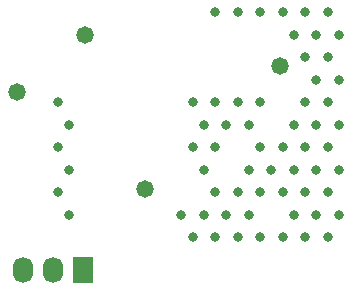
<source format=gbs>
G04*
G04 #@! TF.GenerationSoftware,Altium Limited,Altium Designer,24.10.1 (45)*
G04*
G04 Layer_Color=16711935*
%FSLAX25Y25*%
%MOIN*%
G70*
G04*
G04 #@! TF.SameCoordinates,3451842A-4D4D-41BC-B275-7F58107C68D5*
G04*
G04*
G04 #@! TF.FilePolarity,Negative*
G04*
G01*
G75*
%ADD26O,0.06706X0.08674*%
%ADD27R,0.06706X0.08674*%
%ADD28C,0.03300*%
%ADD29C,0.05800*%
D26*
X123500Y401500D02*
D03*
X133500D02*
D03*
D27*
X143500D02*
D03*
D28*
X225000Y487500D02*
D03*
X228750Y480000D02*
D03*
X225000Y472500D02*
D03*
X228750Y465000D02*
D03*
X225000Y457500D02*
D03*
X228750Y450000D02*
D03*
X225000Y442500D02*
D03*
X228750Y435000D02*
D03*
X225000Y427500D02*
D03*
X228750Y420000D02*
D03*
X225000Y412500D02*
D03*
X217500Y487500D02*
D03*
X221250Y480000D02*
D03*
X217500Y472500D02*
D03*
X221250Y465000D02*
D03*
X217500Y457500D02*
D03*
X221250Y450000D02*
D03*
X217500Y442500D02*
D03*
X221250Y435000D02*
D03*
X217500Y427500D02*
D03*
X221250Y420000D02*
D03*
X217500Y412500D02*
D03*
X210000Y487500D02*
D03*
X213750Y480000D02*
D03*
Y450000D02*
D03*
X210000Y442500D02*
D03*
X213750Y435000D02*
D03*
X210000Y427500D02*
D03*
X213750Y420000D02*
D03*
X210000Y412500D02*
D03*
X202500Y487500D02*
D03*
Y457500D02*
D03*
Y442500D02*
D03*
X206250Y435000D02*
D03*
X202500Y427500D02*
D03*
Y412500D02*
D03*
X195000Y487500D02*
D03*
Y457500D02*
D03*
X198750Y450000D02*
D03*
Y435000D02*
D03*
X195000Y427500D02*
D03*
X198750Y420000D02*
D03*
X195000Y412500D02*
D03*
X187500Y487500D02*
D03*
Y457500D02*
D03*
X191250Y450000D02*
D03*
X187500Y442500D02*
D03*
Y427500D02*
D03*
X191250Y420000D02*
D03*
X187500Y412500D02*
D03*
X180000Y457500D02*
D03*
X183750Y450000D02*
D03*
X180000Y442500D02*
D03*
X183750Y435000D02*
D03*
Y420000D02*
D03*
X180000Y412500D02*
D03*
X176250Y420000D02*
D03*
X135000Y457500D02*
D03*
X138750Y450000D02*
D03*
X135000Y442500D02*
D03*
X138750Y435000D02*
D03*
X135000Y427500D02*
D03*
X138750Y420000D02*
D03*
D29*
X144000Y480000D02*
D03*
X121500Y461000D02*
D03*
X164000Y428500D02*
D03*
X209000Y469500D02*
D03*
M02*

</source>
